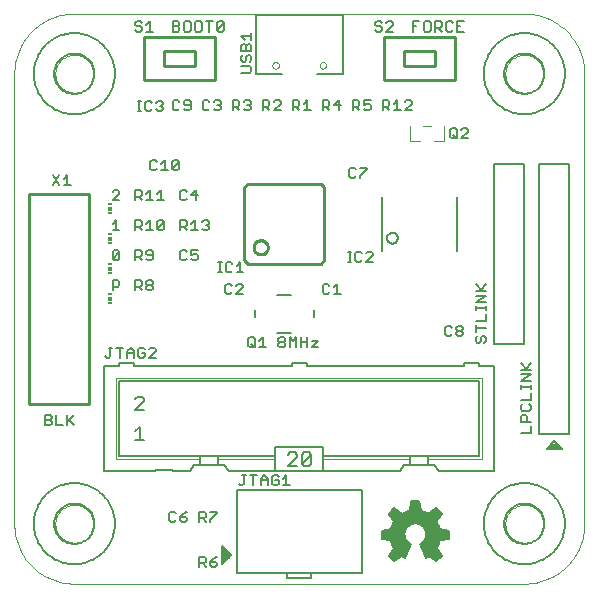
<source format=gto>
G75*
G70*
%OFA0B0*%
%FSLAX24Y24*%
%IPPOS*%
%LPD*%
%AMOC8*
5,1,8,0,0,1.08239X$1,22.5*
%
%ADD10C,0.0000*%
%ADD11C,0.0080*%
%ADD12C,0.0100*%
%ADD13C,0.0060*%
%ADD14C,0.0050*%
%ADD15R,0.0118X0.0059*%
%ADD16R,0.0118X0.0118*%
%ADD17C,0.0020*%
%ADD18C,0.0040*%
D10*
X000141Y002141D02*
X000141Y017141D01*
X001511Y017141D02*
X001513Y017191D01*
X001519Y017241D01*
X001529Y017290D01*
X001543Y017338D01*
X001560Y017385D01*
X001581Y017430D01*
X001606Y017474D01*
X001634Y017515D01*
X001666Y017554D01*
X001700Y017591D01*
X001737Y017625D01*
X001777Y017655D01*
X001819Y017682D01*
X001863Y017706D01*
X001909Y017727D01*
X001956Y017743D01*
X002004Y017756D01*
X002054Y017765D01*
X002103Y017770D01*
X002154Y017771D01*
X002204Y017768D01*
X002253Y017761D01*
X002302Y017750D01*
X002350Y017735D01*
X002396Y017717D01*
X002441Y017695D01*
X002484Y017669D01*
X002525Y017640D01*
X002564Y017608D01*
X002600Y017573D01*
X002632Y017535D01*
X002662Y017495D01*
X002689Y017452D01*
X002712Y017408D01*
X002731Y017362D01*
X002747Y017314D01*
X002759Y017265D01*
X002767Y017216D01*
X002771Y017166D01*
X002771Y017116D01*
X002767Y017066D01*
X002759Y017017D01*
X002747Y016968D01*
X002731Y016920D01*
X002712Y016874D01*
X002689Y016830D01*
X002662Y016787D01*
X002632Y016747D01*
X002600Y016709D01*
X002564Y016674D01*
X002525Y016642D01*
X002484Y016613D01*
X002441Y016587D01*
X002396Y016565D01*
X002350Y016547D01*
X002302Y016532D01*
X002253Y016521D01*
X002204Y016514D01*
X002154Y016511D01*
X002103Y016512D01*
X002054Y016517D01*
X002004Y016526D01*
X001956Y016539D01*
X001909Y016555D01*
X001863Y016576D01*
X001819Y016600D01*
X001777Y016627D01*
X001737Y016657D01*
X001700Y016691D01*
X001666Y016728D01*
X001634Y016767D01*
X001606Y016808D01*
X001581Y016852D01*
X001560Y016897D01*
X001543Y016944D01*
X001529Y016992D01*
X001519Y017041D01*
X001513Y017091D01*
X001511Y017141D01*
X000141Y017141D02*
X000143Y017236D01*
X000150Y017331D01*
X000161Y017426D01*
X000177Y017520D01*
X000197Y017613D01*
X000222Y017704D01*
X000251Y017795D01*
X000284Y017884D01*
X000322Y017972D01*
X000363Y018057D01*
X000409Y018141D01*
X000458Y018222D01*
X000512Y018301D01*
X000569Y018377D01*
X000630Y018451D01*
X000694Y018521D01*
X000761Y018588D01*
X000831Y018652D01*
X000905Y018713D01*
X000981Y018770D01*
X001060Y018824D01*
X001141Y018873D01*
X001225Y018919D01*
X001310Y018960D01*
X001398Y018998D01*
X001487Y019031D01*
X001578Y019060D01*
X001669Y019085D01*
X001762Y019105D01*
X001856Y019121D01*
X001951Y019132D01*
X002046Y019139D01*
X002141Y019141D01*
X017141Y019141D01*
X016511Y017141D02*
X016513Y017191D01*
X016519Y017241D01*
X016529Y017290D01*
X016543Y017338D01*
X016560Y017385D01*
X016581Y017430D01*
X016606Y017474D01*
X016634Y017515D01*
X016666Y017554D01*
X016700Y017591D01*
X016737Y017625D01*
X016777Y017655D01*
X016819Y017682D01*
X016863Y017706D01*
X016909Y017727D01*
X016956Y017743D01*
X017004Y017756D01*
X017054Y017765D01*
X017103Y017770D01*
X017154Y017771D01*
X017204Y017768D01*
X017253Y017761D01*
X017302Y017750D01*
X017350Y017735D01*
X017396Y017717D01*
X017441Y017695D01*
X017484Y017669D01*
X017525Y017640D01*
X017564Y017608D01*
X017600Y017573D01*
X017632Y017535D01*
X017662Y017495D01*
X017689Y017452D01*
X017712Y017408D01*
X017731Y017362D01*
X017747Y017314D01*
X017759Y017265D01*
X017767Y017216D01*
X017771Y017166D01*
X017771Y017116D01*
X017767Y017066D01*
X017759Y017017D01*
X017747Y016968D01*
X017731Y016920D01*
X017712Y016874D01*
X017689Y016830D01*
X017662Y016787D01*
X017632Y016747D01*
X017600Y016709D01*
X017564Y016674D01*
X017525Y016642D01*
X017484Y016613D01*
X017441Y016587D01*
X017396Y016565D01*
X017350Y016547D01*
X017302Y016532D01*
X017253Y016521D01*
X017204Y016514D01*
X017154Y016511D01*
X017103Y016512D01*
X017054Y016517D01*
X017004Y016526D01*
X016956Y016539D01*
X016909Y016555D01*
X016863Y016576D01*
X016819Y016600D01*
X016777Y016627D01*
X016737Y016657D01*
X016700Y016691D01*
X016666Y016728D01*
X016634Y016767D01*
X016606Y016808D01*
X016581Y016852D01*
X016560Y016897D01*
X016543Y016944D01*
X016529Y016992D01*
X016519Y017041D01*
X016513Y017091D01*
X016511Y017141D01*
X017141Y019141D02*
X017236Y019139D01*
X017331Y019132D01*
X017426Y019121D01*
X017520Y019105D01*
X017613Y019085D01*
X017704Y019060D01*
X017795Y019031D01*
X017884Y018998D01*
X017972Y018960D01*
X018057Y018919D01*
X018141Y018873D01*
X018222Y018824D01*
X018301Y018770D01*
X018377Y018713D01*
X018451Y018652D01*
X018521Y018588D01*
X018588Y018521D01*
X018652Y018451D01*
X018713Y018377D01*
X018770Y018301D01*
X018824Y018222D01*
X018873Y018141D01*
X018919Y018057D01*
X018960Y017972D01*
X018998Y017884D01*
X019031Y017795D01*
X019060Y017704D01*
X019085Y017613D01*
X019105Y017520D01*
X019121Y017426D01*
X019132Y017331D01*
X019139Y017236D01*
X019141Y017141D01*
X019141Y002141D01*
X016511Y002141D02*
X016513Y002191D01*
X016519Y002241D01*
X016529Y002290D01*
X016543Y002338D01*
X016560Y002385D01*
X016581Y002430D01*
X016606Y002474D01*
X016634Y002515D01*
X016666Y002554D01*
X016700Y002591D01*
X016737Y002625D01*
X016777Y002655D01*
X016819Y002682D01*
X016863Y002706D01*
X016909Y002727D01*
X016956Y002743D01*
X017004Y002756D01*
X017054Y002765D01*
X017103Y002770D01*
X017154Y002771D01*
X017204Y002768D01*
X017253Y002761D01*
X017302Y002750D01*
X017350Y002735D01*
X017396Y002717D01*
X017441Y002695D01*
X017484Y002669D01*
X017525Y002640D01*
X017564Y002608D01*
X017600Y002573D01*
X017632Y002535D01*
X017662Y002495D01*
X017689Y002452D01*
X017712Y002408D01*
X017731Y002362D01*
X017747Y002314D01*
X017759Y002265D01*
X017767Y002216D01*
X017771Y002166D01*
X017771Y002116D01*
X017767Y002066D01*
X017759Y002017D01*
X017747Y001968D01*
X017731Y001920D01*
X017712Y001874D01*
X017689Y001830D01*
X017662Y001787D01*
X017632Y001747D01*
X017600Y001709D01*
X017564Y001674D01*
X017525Y001642D01*
X017484Y001613D01*
X017441Y001587D01*
X017396Y001565D01*
X017350Y001547D01*
X017302Y001532D01*
X017253Y001521D01*
X017204Y001514D01*
X017154Y001511D01*
X017103Y001512D01*
X017054Y001517D01*
X017004Y001526D01*
X016956Y001539D01*
X016909Y001555D01*
X016863Y001576D01*
X016819Y001600D01*
X016777Y001627D01*
X016737Y001657D01*
X016700Y001691D01*
X016666Y001728D01*
X016634Y001767D01*
X016606Y001808D01*
X016581Y001852D01*
X016560Y001897D01*
X016543Y001944D01*
X016529Y001992D01*
X016519Y002041D01*
X016513Y002091D01*
X016511Y002141D01*
X017141Y000141D02*
X017236Y000143D01*
X017331Y000150D01*
X017426Y000161D01*
X017520Y000177D01*
X017613Y000197D01*
X017704Y000222D01*
X017795Y000251D01*
X017884Y000284D01*
X017972Y000322D01*
X018057Y000363D01*
X018141Y000409D01*
X018222Y000458D01*
X018301Y000512D01*
X018377Y000569D01*
X018451Y000630D01*
X018521Y000694D01*
X018588Y000761D01*
X018652Y000831D01*
X018713Y000905D01*
X018770Y000981D01*
X018824Y001060D01*
X018873Y001141D01*
X018919Y001225D01*
X018960Y001310D01*
X018998Y001398D01*
X019031Y001487D01*
X019060Y001578D01*
X019085Y001669D01*
X019105Y001762D01*
X019121Y001856D01*
X019132Y001951D01*
X019139Y002046D01*
X019141Y002141D01*
X017141Y000141D02*
X002141Y000141D01*
X001511Y002141D02*
X001513Y002191D01*
X001519Y002241D01*
X001529Y002290D01*
X001543Y002338D01*
X001560Y002385D01*
X001581Y002430D01*
X001606Y002474D01*
X001634Y002515D01*
X001666Y002554D01*
X001700Y002591D01*
X001737Y002625D01*
X001777Y002655D01*
X001819Y002682D01*
X001863Y002706D01*
X001909Y002727D01*
X001956Y002743D01*
X002004Y002756D01*
X002054Y002765D01*
X002103Y002770D01*
X002154Y002771D01*
X002204Y002768D01*
X002253Y002761D01*
X002302Y002750D01*
X002350Y002735D01*
X002396Y002717D01*
X002441Y002695D01*
X002484Y002669D01*
X002525Y002640D01*
X002564Y002608D01*
X002600Y002573D01*
X002632Y002535D01*
X002662Y002495D01*
X002689Y002452D01*
X002712Y002408D01*
X002731Y002362D01*
X002747Y002314D01*
X002759Y002265D01*
X002767Y002216D01*
X002771Y002166D01*
X002771Y002116D01*
X002767Y002066D01*
X002759Y002017D01*
X002747Y001968D01*
X002731Y001920D01*
X002712Y001874D01*
X002689Y001830D01*
X002662Y001787D01*
X002632Y001747D01*
X002600Y001709D01*
X002564Y001674D01*
X002525Y001642D01*
X002484Y001613D01*
X002441Y001587D01*
X002396Y001565D01*
X002350Y001547D01*
X002302Y001532D01*
X002253Y001521D01*
X002204Y001514D01*
X002154Y001511D01*
X002103Y001512D01*
X002054Y001517D01*
X002004Y001526D01*
X001956Y001539D01*
X001909Y001555D01*
X001863Y001576D01*
X001819Y001600D01*
X001777Y001627D01*
X001737Y001657D01*
X001700Y001691D01*
X001666Y001728D01*
X001634Y001767D01*
X001606Y001808D01*
X001581Y001852D01*
X001560Y001897D01*
X001543Y001944D01*
X001529Y001992D01*
X001519Y002041D01*
X001513Y002091D01*
X001511Y002141D01*
X000141Y002141D02*
X000143Y002046D01*
X000150Y001951D01*
X000161Y001856D01*
X000177Y001762D01*
X000197Y001669D01*
X000222Y001578D01*
X000251Y001487D01*
X000284Y001398D01*
X000322Y001310D01*
X000363Y001225D01*
X000409Y001141D01*
X000458Y001060D01*
X000512Y000981D01*
X000569Y000905D01*
X000630Y000831D01*
X000694Y000761D01*
X000761Y000694D01*
X000831Y000630D01*
X000905Y000569D01*
X000981Y000512D01*
X001060Y000458D01*
X001141Y000409D01*
X001225Y000363D01*
X001310Y000322D01*
X001398Y000284D01*
X001487Y000251D01*
X001578Y000222D01*
X001669Y000197D01*
X001762Y000177D01*
X001856Y000161D01*
X001951Y000150D01*
X002046Y000143D01*
X002141Y000141D01*
X008746Y017420D02*
X008748Y017440D01*
X008754Y017460D01*
X008763Y017478D01*
X008776Y017495D01*
X008791Y017508D01*
X008809Y017518D01*
X008829Y017525D01*
X008849Y017528D01*
X008869Y017527D01*
X008889Y017522D01*
X008908Y017514D01*
X008925Y017502D01*
X008939Y017487D01*
X008950Y017469D01*
X008958Y017450D01*
X008962Y017430D01*
X008962Y017410D01*
X008958Y017390D01*
X008950Y017371D01*
X008939Y017353D01*
X008925Y017338D01*
X008908Y017326D01*
X008889Y017318D01*
X008869Y017313D01*
X008849Y017312D01*
X008829Y017315D01*
X008809Y017322D01*
X008791Y017332D01*
X008776Y017345D01*
X008763Y017362D01*
X008754Y017380D01*
X008748Y017400D01*
X008746Y017420D01*
X010321Y017420D02*
X010323Y017440D01*
X010329Y017460D01*
X010338Y017478D01*
X010351Y017495D01*
X010366Y017508D01*
X010384Y017518D01*
X010404Y017525D01*
X010424Y017528D01*
X010444Y017527D01*
X010464Y017522D01*
X010483Y017514D01*
X010500Y017502D01*
X010514Y017487D01*
X010525Y017469D01*
X010533Y017450D01*
X010537Y017430D01*
X010537Y017410D01*
X010533Y017390D01*
X010525Y017371D01*
X010514Y017353D01*
X010500Y017338D01*
X010483Y017326D01*
X010464Y017318D01*
X010444Y017313D01*
X010424Y017312D01*
X010404Y017315D01*
X010384Y017322D01*
X010366Y017332D01*
X010351Y017345D01*
X010338Y017362D01*
X010329Y017380D01*
X010323Y017400D01*
X010321Y017420D01*
D11*
X016141Y014141D02*
X016141Y008141D01*
X017141Y008141D01*
X017141Y014141D01*
X016141Y014141D01*
X017641Y014141D02*
X017641Y005141D01*
X018641Y005141D01*
X018641Y014141D01*
X017641Y014141D01*
X016472Y017141D02*
X016474Y017192D01*
X016480Y017243D01*
X016490Y017293D01*
X016503Y017343D01*
X016521Y017391D01*
X016541Y017438D01*
X016566Y017483D01*
X016594Y017526D01*
X016625Y017567D01*
X016659Y017605D01*
X016696Y017640D01*
X016735Y017673D01*
X016777Y017703D01*
X016821Y017729D01*
X016867Y017751D01*
X016915Y017771D01*
X016964Y017786D01*
X017014Y017798D01*
X017064Y017806D01*
X017115Y017810D01*
X017167Y017810D01*
X017218Y017806D01*
X017268Y017798D01*
X017318Y017786D01*
X017367Y017771D01*
X017415Y017751D01*
X017461Y017729D01*
X017505Y017703D01*
X017547Y017673D01*
X017586Y017640D01*
X017623Y017605D01*
X017657Y017567D01*
X017688Y017526D01*
X017716Y017483D01*
X017741Y017438D01*
X017761Y017391D01*
X017779Y017343D01*
X017792Y017293D01*
X017802Y017243D01*
X017808Y017192D01*
X017810Y017141D01*
X017808Y017090D01*
X017802Y017039D01*
X017792Y016989D01*
X017779Y016939D01*
X017761Y016891D01*
X017741Y016844D01*
X017716Y016799D01*
X017688Y016756D01*
X017657Y016715D01*
X017623Y016677D01*
X017586Y016642D01*
X017547Y016609D01*
X017505Y016579D01*
X017461Y016553D01*
X017415Y016531D01*
X017367Y016511D01*
X017318Y016496D01*
X017268Y016484D01*
X017218Y016476D01*
X017167Y016472D01*
X017115Y016472D01*
X017064Y016476D01*
X017014Y016484D01*
X016964Y016496D01*
X016915Y016511D01*
X016867Y016531D01*
X016821Y016553D01*
X016777Y016579D01*
X016735Y016609D01*
X016696Y016642D01*
X016659Y016677D01*
X016625Y016715D01*
X016594Y016756D01*
X016566Y016799D01*
X016541Y016844D01*
X016521Y016891D01*
X016503Y016939D01*
X016490Y016989D01*
X016480Y017039D01*
X016474Y017090D01*
X016472Y017141D01*
X009377Y009771D02*
X008905Y009771D01*
X008157Y009259D02*
X008157Y009023D01*
X008905Y008511D02*
X009377Y008511D01*
X010125Y009023D02*
X010125Y009259D01*
X016472Y002141D02*
X016474Y002192D01*
X016480Y002243D01*
X016490Y002293D01*
X016503Y002343D01*
X016521Y002391D01*
X016541Y002438D01*
X016566Y002483D01*
X016594Y002526D01*
X016625Y002567D01*
X016659Y002605D01*
X016696Y002640D01*
X016735Y002673D01*
X016777Y002703D01*
X016821Y002729D01*
X016867Y002751D01*
X016915Y002771D01*
X016964Y002786D01*
X017014Y002798D01*
X017064Y002806D01*
X017115Y002810D01*
X017167Y002810D01*
X017218Y002806D01*
X017268Y002798D01*
X017318Y002786D01*
X017367Y002771D01*
X017415Y002751D01*
X017461Y002729D01*
X017505Y002703D01*
X017547Y002673D01*
X017586Y002640D01*
X017623Y002605D01*
X017657Y002567D01*
X017688Y002526D01*
X017716Y002483D01*
X017741Y002438D01*
X017761Y002391D01*
X017779Y002343D01*
X017792Y002293D01*
X017802Y002243D01*
X017808Y002192D01*
X017810Y002141D01*
X017808Y002090D01*
X017802Y002039D01*
X017792Y001989D01*
X017779Y001939D01*
X017761Y001891D01*
X017741Y001844D01*
X017716Y001799D01*
X017688Y001756D01*
X017657Y001715D01*
X017623Y001677D01*
X017586Y001642D01*
X017547Y001609D01*
X017505Y001579D01*
X017461Y001553D01*
X017415Y001531D01*
X017367Y001511D01*
X017318Y001496D01*
X017268Y001484D01*
X017218Y001476D01*
X017167Y001472D01*
X017115Y001472D01*
X017064Y001476D01*
X017014Y001484D01*
X016964Y001496D01*
X016915Y001511D01*
X016867Y001531D01*
X016821Y001553D01*
X016777Y001579D01*
X016735Y001609D01*
X016696Y001642D01*
X016659Y001677D01*
X016625Y001715D01*
X016594Y001756D01*
X016566Y001799D01*
X016541Y001844D01*
X016521Y001891D01*
X016503Y001939D01*
X016490Y001989D01*
X016480Y002039D01*
X016474Y002090D01*
X016472Y002141D01*
X017891Y004641D02*
X018391Y004641D01*
X018141Y004891D01*
X017891Y004641D01*
X017947Y004697D02*
X018336Y004697D01*
X018257Y004775D02*
X018025Y004775D01*
X018104Y004854D02*
X018179Y004854D01*
X001472Y002141D02*
X001474Y002192D01*
X001480Y002243D01*
X001490Y002293D01*
X001503Y002343D01*
X001521Y002391D01*
X001541Y002438D01*
X001566Y002483D01*
X001594Y002526D01*
X001625Y002567D01*
X001659Y002605D01*
X001696Y002640D01*
X001735Y002673D01*
X001777Y002703D01*
X001821Y002729D01*
X001867Y002751D01*
X001915Y002771D01*
X001964Y002786D01*
X002014Y002798D01*
X002064Y002806D01*
X002115Y002810D01*
X002167Y002810D01*
X002218Y002806D01*
X002268Y002798D01*
X002318Y002786D01*
X002367Y002771D01*
X002415Y002751D01*
X002461Y002729D01*
X002505Y002703D01*
X002547Y002673D01*
X002586Y002640D01*
X002623Y002605D01*
X002657Y002567D01*
X002688Y002526D01*
X002716Y002483D01*
X002741Y002438D01*
X002761Y002391D01*
X002779Y002343D01*
X002792Y002293D01*
X002802Y002243D01*
X002808Y002192D01*
X002810Y002141D01*
X002808Y002090D01*
X002802Y002039D01*
X002792Y001989D01*
X002779Y001939D01*
X002761Y001891D01*
X002741Y001844D01*
X002716Y001799D01*
X002688Y001756D01*
X002657Y001715D01*
X002623Y001677D01*
X002586Y001642D01*
X002547Y001609D01*
X002505Y001579D01*
X002461Y001553D01*
X002415Y001531D01*
X002367Y001511D01*
X002318Y001496D01*
X002268Y001484D01*
X002218Y001476D01*
X002167Y001472D01*
X002115Y001472D01*
X002064Y001476D01*
X002014Y001484D01*
X001964Y001496D01*
X001915Y001511D01*
X001867Y001531D01*
X001821Y001553D01*
X001777Y001579D01*
X001735Y001609D01*
X001696Y001642D01*
X001659Y001677D01*
X001625Y001715D01*
X001594Y001756D01*
X001566Y001799D01*
X001541Y001844D01*
X001521Y001891D01*
X001503Y001939D01*
X001490Y001989D01*
X001480Y002039D01*
X001474Y002090D01*
X001472Y002141D01*
X001472Y017141D02*
X001474Y017192D01*
X001480Y017243D01*
X001490Y017293D01*
X001503Y017343D01*
X001521Y017391D01*
X001541Y017438D01*
X001566Y017483D01*
X001594Y017526D01*
X001625Y017567D01*
X001659Y017605D01*
X001696Y017640D01*
X001735Y017673D01*
X001777Y017703D01*
X001821Y017729D01*
X001867Y017751D01*
X001915Y017771D01*
X001964Y017786D01*
X002014Y017798D01*
X002064Y017806D01*
X002115Y017810D01*
X002167Y017810D01*
X002218Y017806D01*
X002268Y017798D01*
X002318Y017786D01*
X002367Y017771D01*
X002415Y017751D01*
X002461Y017729D01*
X002505Y017703D01*
X002547Y017673D01*
X002586Y017640D01*
X002623Y017605D01*
X002657Y017567D01*
X002688Y017526D01*
X002716Y017483D01*
X002741Y017438D01*
X002761Y017391D01*
X002779Y017343D01*
X002792Y017293D01*
X002802Y017243D01*
X002808Y017192D01*
X002810Y017141D01*
X002808Y017090D01*
X002802Y017039D01*
X002792Y016989D01*
X002779Y016939D01*
X002761Y016891D01*
X002741Y016844D01*
X002716Y016799D01*
X002688Y016756D01*
X002657Y016715D01*
X002623Y016677D01*
X002586Y016642D01*
X002547Y016609D01*
X002505Y016579D01*
X002461Y016553D01*
X002415Y016531D01*
X002367Y016511D01*
X002318Y016496D01*
X002268Y016484D01*
X002218Y016476D01*
X002167Y016472D01*
X002115Y016472D01*
X002064Y016476D01*
X002014Y016484D01*
X001964Y016496D01*
X001915Y016511D01*
X001867Y016531D01*
X001821Y016553D01*
X001777Y016579D01*
X001735Y016609D01*
X001696Y016642D01*
X001659Y016677D01*
X001625Y016715D01*
X001594Y016756D01*
X001566Y016799D01*
X001541Y016844D01*
X001521Y016891D01*
X001503Y016939D01*
X001490Y016989D01*
X001480Y017039D01*
X001474Y017090D01*
X001472Y017141D01*
D12*
X004460Y016932D02*
X004460Y018350D01*
X006822Y018350D01*
X006822Y016932D01*
X004460Y016932D01*
X005129Y017385D02*
X006153Y017385D01*
X006153Y017897D01*
X005129Y017897D01*
X005129Y017385D01*
X007921Y013470D02*
X010362Y013470D01*
X010470Y013362D01*
X010470Y010921D01*
X010362Y010812D01*
X007921Y010812D01*
X007812Y010921D01*
X007812Y013362D01*
X007921Y013470D01*
X008118Y011354D02*
X008120Y011384D01*
X008126Y011414D01*
X008135Y011443D01*
X008148Y011470D01*
X008165Y011495D01*
X008184Y011518D01*
X008207Y011539D01*
X008232Y011556D01*
X008258Y011570D01*
X008287Y011580D01*
X008316Y011587D01*
X008346Y011590D01*
X008377Y011589D01*
X008407Y011584D01*
X008436Y011575D01*
X008463Y011563D01*
X008489Y011548D01*
X008513Y011529D01*
X008534Y011507D01*
X008552Y011483D01*
X008567Y011456D01*
X008578Y011428D01*
X008586Y011399D01*
X008590Y011369D01*
X008590Y011339D01*
X008586Y011309D01*
X008578Y011280D01*
X008567Y011252D01*
X008552Y011225D01*
X008534Y011201D01*
X008513Y011179D01*
X008489Y011160D01*
X008463Y011145D01*
X008436Y011133D01*
X008407Y011124D01*
X008377Y011119D01*
X008346Y011118D01*
X008316Y011121D01*
X008287Y011128D01*
X008258Y011138D01*
X008232Y011152D01*
X008207Y011169D01*
X008184Y011190D01*
X008165Y011213D01*
X008148Y011238D01*
X008135Y011265D01*
X008126Y011294D01*
X008120Y011324D01*
X008118Y011354D01*
X012460Y016932D02*
X012460Y018350D01*
X014822Y018350D01*
X014822Y016932D01*
X012460Y016932D01*
X013129Y017385D02*
X014153Y017385D01*
X014153Y017897D01*
X013129Y017897D01*
X013129Y017385D01*
X002641Y013141D02*
X002641Y006141D01*
X000641Y006141D01*
X000641Y013141D01*
X002641Y013141D01*
D13*
X002016Y013421D02*
X001789Y013421D01*
X001903Y013421D02*
X001903Y013761D01*
X001789Y013648D01*
X001648Y013761D02*
X001421Y013421D01*
X001648Y013421D02*
X001421Y013761D01*
X003421Y013205D02*
X003478Y013261D01*
X003591Y013261D01*
X003648Y013205D01*
X003648Y013148D01*
X003421Y012921D01*
X003648Y012921D01*
X004171Y012921D02*
X004171Y013261D01*
X004341Y013261D01*
X004398Y013205D01*
X004398Y013091D01*
X004341Y013035D01*
X004171Y013035D01*
X004285Y013035D02*
X004398Y012921D01*
X004539Y012921D02*
X004766Y012921D01*
X004653Y012921D02*
X004653Y013261D01*
X004539Y013148D01*
X004908Y013148D02*
X005021Y013261D01*
X005021Y012921D01*
X004908Y012921D02*
X005135Y012921D01*
X005671Y012978D02*
X005728Y012921D01*
X005841Y012921D01*
X005898Y012978D01*
X006039Y013091D02*
X006266Y013091D01*
X006210Y012921D02*
X006210Y013261D01*
X006039Y013091D01*
X005898Y013205D02*
X005841Y013261D01*
X005728Y013261D01*
X005671Y013205D01*
X005671Y012978D01*
X005671Y012261D02*
X005841Y012261D01*
X005898Y012205D01*
X005898Y012091D01*
X005841Y012035D01*
X005671Y012035D01*
X005785Y012035D02*
X005898Y011921D01*
X006039Y011921D02*
X006266Y011921D01*
X006153Y011921D02*
X006153Y012261D01*
X006039Y012148D01*
X006408Y012205D02*
X006464Y012261D01*
X006578Y012261D01*
X006635Y012205D01*
X006635Y012148D01*
X006578Y012091D01*
X006635Y012035D01*
X006635Y011978D01*
X006578Y011921D01*
X006464Y011921D01*
X006408Y011978D01*
X006521Y012091D02*
X006578Y012091D01*
X006266Y011261D02*
X006039Y011261D01*
X006039Y011091D01*
X006153Y011148D01*
X006210Y011148D01*
X006266Y011091D01*
X006266Y010978D01*
X006210Y010921D01*
X006096Y010921D01*
X006039Y010978D01*
X005898Y010978D02*
X005841Y010921D01*
X005728Y010921D01*
X005671Y010978D01*
X005671Y011205D01*
X005728Y011261D01*
X005841Y011261D01*
X005898Y011205D01*
X005671Y011921D02*
X005671Y012261D01*
X005135Y012205D02*
X005135Y011978D01*
X005078Y011921D01*
X004964Y011921D01*
X004908Y011978D01*
X005135Y012205D01*
X005078Y012261D01*
X004964Y012261D01*
X004908Y012205D01*
X004908Y011978D01*
X004766Y011921D02*
X004539Y011921D01*
X004653Y011921D02*
X004653Y012261D01*
X004539Y012148D01*
X004398Y012205D02*
X004398Y012091D01*
X004341Y012035D01*
X004171Y012035D01*
X004285Y012035D02*
X004398Y011921D01*
X004171Y011921D02*
X004171Y012261D01*
X004341Y012261D01*
X004398Y012205D01*
X003648Y011921D02*
X003421Y011921D01*
X003535Y011921D02*
X003535Y012261D01*
X003421Y012148D01*
X003478Y011261D02*
X003421Y011205D01*
X003421Y010978D01*
X003648Y011205D01*
X003648Y010978D01*
X003591Y010921D01*
X003478Y010921D01*
X003421Y010978D01*
X003478Y011261D02*
X003591Y011261D01*
X003648Y011205D01*
X004171Y011261D02*
X004171Y010921D01*
X004171Y011035D02*
X004341Y011035D01*
X004398Y011091D01*
X004398Y011205D01*
X004341Y011261D01*
X004171Y011261D01*
X004285Y011035D02*
X004398Y010921D01*
X004539Y010978D02*
X004596Y010921D01*
X004710Y010921D01*
X004766Y010978D01*
X004766Y011205D01*
X004710Y011261D01*
X004596Y011261D01*
X004539Y011205D01*
X004539Y011148D01*
X004596Y011091D01*
X004766Y011091D01*
X004710Y010261D02*
X004596Y010261D01*
X004539Y010205D01*
X004539Y010148D01*
X004596Y010091D01*
X004710Y010091D01*
X004766Y010035D01*
X004766Y009978D01*
X004710Y009921D01*
X004596Y009921D01*
X004539Y009978D01*
X004539Y010035D01*
X004596Y010091D01*
X004710Y010091D02*
X004766Y010148D01*
X004766Y010205D01*
X004710Y010261D01*
X004398Y010205D02*
X004398Y010091D01*
X004341Y010035D01*
X004171Y010035D01*
X004285Y010035D02*
X004398Y009921D01*
X004171Y009921D02*
X004171Y010261D01*
X004341Y010261D01*
X004398Y010205D01*
X003648Y010205D02*
X003648Y010091D01*
X003591Y010035D01*
X003421Y010035D01*
X003421Y009921D02*
X003421Y010261D01*
X003591Y010261D01*
X003648Y010205D01*
X003653Y008011D02*
X003653Y007671D01*
X003641Y007491D02*
X003641Y007391D01*
X003141Y007391D01*
X003141Y003891D01*
X004841Y003891D01*
X004841Y003941D01*
X005441Y003941D01*
X005441Y003891D01*
X005991Y003891D01*
X006141Y004091D01*
X006341Y004091D01*
X006941Y004091D01*
X007141Y004091D01*
X007291Y003891D01*
X008841Y003891D01*
X008841Y004291D01*
X008841Y004391D01*
X006941Y004391D01*
X006341Y004391D01*
X003641Y004391D01*
X003641Y006891D01*
X015641Y006891D01*
X015641Y004391D01*
X013941Y004391D01*
X013341Y004391D01*
X010441Y004391D01*
X010441Y004291D01*
X010441Y003891D01*
X008841Y003891D01*
X008786Y003760D02*
X008729Y003703D01*
X008729Y003476D01*
X008786Y003420D01*
X008899Y003420D01*
X008956Y003476D01*
X008956Y003590D01*
X008843Y003590D01*
X008956Y003703D02*
X008899Y003760D01*
X008786Y003760D01*
X008588Y003646D02*
X008588Y003420D01*
X008588Y003590D02*
X008361Y003590D01*
X008361Y003646D02*
X008474Y003760D01*
X008588Y003646D01*
X008361Y003646D02*
X008361Y003420D01*
X008106Y003420D02*
X008106Y003760D01*
X007993Y003760D02*
X008219Y003760D01*
X007851Y003760D02*
X007738Y003760D01*
X007794Y003760D02*
X007794Y003476D01*
X007738Y003420D01*
X007681Y003420D01*
X007624Y003476D01*
X006941Y004091D02*
X006941Y004291D01*
X006941Y004391D01*
X006341Y004391D02*
X006341Y004291D01*
X006341Y004091D01*
X006309Y002549D02*
X006480Y002549D01*
X006536Y002492D01*
X006536Y002379D01*
X006480Y002322D01*
X006309Y002322D01*
X006309Y002209D02*
X006309Y002549D01*
X006423Y002322D02*
X006536Y002209D01*
X006678Y002209D02*
X006678Y002265D01*
X006905Y002492D01*
X006905Y002549D01*
X006678Y002549D01*
X005905Y002549D02*
X005791Y002492D01*
X005678Y002379D01*
X005848Y002379D01*
X005905Y002322D01*
X005905Y002265D01*
X005848Y002209D01*
X005734Y002209D01*
X005678Y002265D01*
X005678Y002379D01*
X005536Y002492D02*
X005480Y002549D01*
X005366Y002549D01*
X005309Y002492D01*
X005309Y002265D01*
X005366Y002209D01*
X005480Y002209D01*
X005536Y002265D01*
X006309Y001049D02*
X006480Y001049D01*
X006536Y000992D01*
X006536Y000879D01*
X006480Y000822D01*
X006309Y000822D01*
X006309Y000709D02*
X006309Y001049D01*
X006423Y000822D02*
X006536Y000709D01*
X006678Y000765D02*
X006678Y000879D01*
X006848Y000879D01*
X006905Y000822D01*
X006905Y000765D01*
X006848Y000709D01*
X006734Y000709D01*
X006678Y000765D01*
X006678Y000879D02*
X006791Y000992D01*
X006905Y001049D01*
X009097Y003420D02*
X009324Y003420D01*
X009211Y003420D02*
X009211Y003760D01*
X009097Y003646D01*
X008841Y004391D02*
X008841Y004691D01*
X010441Y004691D01*
X010441Y004391D01*
X010441Y003891D02*
X012991Y003891D01*
X013141Y004091D01*
X013341Y004091D01*
X013941Y004091D01*
X013941Y004291D01*
X013941Y004391D01*
X013941Y004091D02*
X014141Y004091D01*
X014291Y003891D01*
X016141Y003891D01*
X016141Y007391D01*
X015641Y007391D01*
X015641Y007491D01*
X015141Y007491D01*
X015141Y007391D01*
X009891Y007391D01*
X009891Y007491D01*
X009391Y007491D01*
X009391Y007391D01*
X004141Y007391D01*
X004141Y007491D01*
X003641Y007491D01*
X003341Y007728D02*
X003341Y008011D01*
X003285Y008011D02*
X003398Y008011D01*
X003539Y008011D02*
X003766Y008011D01*
X003908Y007898D02*
X004021Y008011D01*
X004135Y007898D01*
X004135Y007671D01*
X004276Y007728D02*
X004276Y007955D01*
X004333Y008011D01*
X004446Y008011D01*
X004503Y007955D01*
X004503Y007841D02*
X004389Y007841D01*
X004503Y007841D02*
X004503Y007728D01*
X004446Y007671D01*
X004333Y007671D01*
X004276Y007728D01*
X004135Y007841D02*
X003908Y007841D01*
X003908Y007898D02*
X003908Y007671D01*
X003341Y007728D02*
X003285Y007671D01*
X003228Y007671D01*
X003171Y007728D01*
X004644Y007671D02*
X004871Y007898D01*
X004871Y007955D01*
X004814Y008011D01*
X004701Y008011D01*
X004644Y007955D01*
X004644Y007671D02*
X004871Y007671D01*
X007171Y009853D02*
X007171Y010080D01*
X007228Y010136D01*
X007341Y010136D01*
X007398Y010080D01*
X007539Y010080D02*
X007596Y010136D01*
X007710Y010136D01*
X007766Y010080D01*
X007766Y010023D01*
X007539Y009796D01*
X007766Y009796D01*
X007398Y009853D02*
X007341Y009796D01*
X007228Y009796D01*
X007171Y009853D01*
X007241Y010521D02*
X007355Y010521D01*
X007411Y010578D01*
X007553Y010521D02*
X007780Y010521D01*
X007666Y010521D02*
X007666Y010861D01*
X007553Y010748D01*
X007411Y010805D02*
X007355Y010861D01*
X007241Y010861D01*
X007184Y010805D01*
X007184Y010578D01*
X007241Y010521D01*
X007052Y010521D02*
X006939Y010521D01*
X006996Y010521D02*
X006996Y010861D01*
X007052Y010861D02*
X006939Y010861D01*
X007991Y008361D02*
X008105Y008361D01*
X008161Y008305D01*
X008161Y008078D01*
X008105Y008021D01*
X007991Y008021D01*
X007934Y008078D01*
X007934Y008305D01*
X007991Y008361D01*
X008048Y008135D02*
X008161Y008021D01*
X008303Y008021D02*
X008530Y008021D01*
X008416Y008021D02*
X008416Y008361D01*
X008303Y008248D01*
X008948Y008248D02*
X008948Y008305D01*
X009005Y008361D01*
X009118Y008361D01*
X009175Y008305D01*
X009175Y008248D01*
X009118Y008191D01*
X009005Y008191D01*
X008948Y008248D01*
X009005Y008191D02*
X008948Y008135D01*
X008948Y008078D01*
X009005Y008021D01*
X009118Y008021D01*
X009175Y008078D01*
X009175Y008135D01*
X009118Y008191D01*
X009316Y008021D02*
X009316Y008361D01*
X009430Y008248D01*
X009543Y008361D01*
X009543Y008021D01*
X009684Y008021D02*
X009684Y008361D01*
X009684Y008191D02*
X009911Y008191D01*
X010053Y008248D02*
X010280Y008248D01*
X010053Y008021D01*
X010280Y008021D01*
X009911Y008021D02*
X009911Y008361D01*
X010478Y009796D02*
X010591Y009796D01*
X010648Y009853D01*
X010789Y009796D02*
X011016Y009796D01*
X010903Y009796D02*
X010903Y010136D01*
X010789Y010023D01*
X010648Y010080D02*
X010591Y010136D01*
X010478Y010136D01*
X010421Y010080D01*
X010421Y009853D01*
X010478Y009796D01*
X011259Y010875D02*
X011372Y010875D01*
X011316Y010875D02*
X011316Y011215D01*
X011372Y011215D02*
X011259Y011215D01*
X011504Y011159D02*
X011504Y010932D01*
X011561Y010875D01*
X011675Y010875D01*
X011731Y010932D01*
X011873Y010875D02*
X012100Y011102D01*
X012100Y011159D01*
X012043Y011215D01*
X011929Y011215D01*
X011873Y011159D01*
X011731Y011159D02*
X011675Y011215D01*
X011561Y011215D01*
X011504Y011159D01*
X011873Y010875D02*
X012100Y010875D01*
X012395Y011242D02*
X012395Y013040D01*
X011679Y013671D02*
X011679Y013728D01*
X011906Y013955D01*
X011906Y014011D01*
X011679Y014011D01*
X011538Y013955D02*
X011481Y014011D01*
X011368Y014011D01*
X011311Y013955D01*
X011311Y013728D01*
X011368Y013671D01*
X011481Y013671D01*
X011538Y013728D01*
X011648Y015921D02*
X011535Y016035D01*
X011591Y016035D02*
X011421Y016035D01*
X011421Y015921D02*
X011421Y016261D01*
X011591Y016261D01*
X011648Y016205D01*
X011648Y016091D01*
X011591Y016035D01*
X011789Y016091D02*
X011789Y016261D01*
X012016Y016261D01*
X011960Y016148D02*
X011903Y016148D01*
X011789Y016091D01*
X011789Y015978D02*
X011846Y015921D01*
X011960Y015921D01*
X012016Y015978D01*
X012016Y016091D01*
X011960Y016148D01*
X012421Y016261D02*
X012421Y015921D01*
X012421Y016035D02*
X012591Y016035D01*
X012648Y016091D01*
X012648Y016205D01*
X012591Y016261D01*
X012421Y016261D01*
X012535Y016035D02*
X012648Y015921D01*
X012789Y015921D02*
X013016Y015921D01*
X012903Y015921D02*
X012903Y016261D01*
X012789Y016148D01*
X013158Y016205D02*
X013214Y016261D01*
X013328Y016261D01*
X013385Y016205D01*
X013385Y016148D01*
X013158Y015921D01*
X013385Y015921D01*
X014666Y015272D02*
X014666Y015045D01*
X014723Y014989D01*
X014836Y014989D01*
X014893Y015045D01*
X014893Y015272D01*
X014836Y015329D01*
X014723Y015329D01*
X014666Y015272D01*
X014780Y015102D02*
X014893Y014989D01*
X015034Y014989D02*
X015261Y015215D01*
X015261Y015272D01*
X015205Y015329D01*
X015091Y015329D01*
X015034Y015272D01*
X015034Y014989D02*
X015261Y014989D01*
X014887Y013040D02*
X014887Y011242D01*
X015521Y010117D02*
X015748Y009890D01*
X015691Y009947D02*
X015861Y010117D01*
X015861Y009890D02*
X015521Y009890D01*
X015521Y009748D02*
X015861Y009748D01*
X015521Y009522D01*
X015861Y009522D01*
X015861Y009389D02*
X015861Y009276D01*
X015861Y009333D02*
X015521Y009333D01*
X015521Y009389D02*
X015521Y009276D01*
X015521Y008908D02*
X015861Y008908D01*
X015861Y009135D01*
X015861Y008653D02*
X015521Y008653D01*
X015521Y008766D02*
X015521Y008539D01*
X015578Y008398D02*
X015521Y008341D01*
X015521Y008228D01*
X015578Y008171D01*
X015634Y008171D01*
X015691Y008228D01*
X015691Y008341D01*
X015748Y008398D01*
X015804Y008398D01*
X015861Y008341D01*
X015861Y008228D01*
X015804Y008171D01*
X015092Y008453D02*
X015035Y008396D01*
X014922Y008396D01*
X014865Y008453D01*
X014865Y008510D01*
X014922Y008566D01*
X015035Y008566D01*
X015092Y008510D01*
X015092Y008453D01*
X015035Y008566D02*
X015092Y008623D01*
X015092Y008680D01*
X015035Y008736D01*
X014922Y008736D01*
X014865Y008680D01*
X014865Y008623D01*
X014922Y008566D01*
X014724Y008453D02*
X014667Y008396D01*
X014554Y008396D01*
X014497Y008453D01*
X014497Y008680D01*
X014554Y008736D01*
X014667Y008736D01*
X014724Y008680D01*
X017021Y007485D02*
X017248Y007258D01*
X017191Y007315D02*
X017361Y007485D01*
X017361Y007258D02*
X017021Y007258D01*
X017021Y007117D02*
X017361Y007117D01*
X017021Y006890D01*
X017361Y006890D01*
X017361Y006758D02*
X017361Y006644D01*
X017361Y006701D02*
X017021Y006701D01*
X017021Y006644D02*
X017021Y006758D01*
X017361Y006503D02*
X017361Y006276D01*
X017021Y006276D01*
X017078Y006135D02*
X017021Y006078D01*
X017021Y005964D01*
X017078Y005908D01*
X017304Y005908D01*
X017361Y005964D01*
X017361Y006078D01*
X017304Y006135D01*
X017191Y005766D02*
X017078Y005766D01*
X017021Y005710D01*
X017021Y005539D01*
X017361Y005539D01*
X017248Y005539D02*
X017248Y005710D01*
X017191Y005766D01*
X017361Y005398D02*
X017361Y005171D01*
X017021Y005171D01*
X014391Y002471D02*
X014211Y002211D01*
X014191Y002191D02*
X014291Y001941D01*
X014591Y001891D01*
X014591Y001641D01*
X014291Y001641D01*
X014191Y001291D01*
X014341Y001091D01*
X014191Y000941D01*
X013991Y001091D01*
X013891Y001041D01*
X013691Y001441D01*
X013891Y001641D01*
X013891Y001891D01*
X013741Y002141D01*
X013491Y002191D01*
X013191Y002091D01*
X013241Y002091D01*
X013091Y001841D01*
X013191Y001541D01*
X013291Y001441D01*
X013141Y001041D01*
X013041Y001091D01*
X012841Y000941D01*
X012691Y001091D01*
X012841Y001341D01*
X012741Y001591D01*
X012441Y001691D01*
X012441Y001641D01*
X012441Y001891D01*
X012741Y001941D01*
X012841Y002241D01*
X012641Y002441D01*
X012791Y002591D01*
X013091Y002441D01*
X013391Y002591D01*
X013341Y002591D01*
X013391Y002841D01*
X013641Y002841D01*
X013641Y002541D01*
X013941Y002441D01*
X014191Y002591D01*
X014341Y002491D01*
X014191Y002191D01*
X014191Y002190D02*
X013496Y002190D01*
X013488Y002190D02*
X012824Y002190D01*
X012801Y002211D02*
X012621Y002471D01*
X012811Y002651D01*
X013071Y002471D01*
X013008Y002483D02*
X012683Y002483D01*
X012658Y002424D02*
X014308Y002424D01*
X014278Y002366D02*
X012716Y002366D01*
X012775Y002307D02*
X014249Y002307D01*
X014220Y002249D02*
X012834Y002249D01*
X012805Y002132D02*
X013313Y002132D01*
X013230Y002073D02*
X012785Y002073D01*
X012766Y002014D02*
X013195Y002014D01*
X013160Y001956D02*
X012746Y001956D01*
X012691Y001961D02*
X012391Y001901D01*
X012391Y001641D01*
X012691Y001591D01*
X012700Y001605D02*
X013170Y001605D01*
X013150Y001663D02*
X012525Y001663D01*
X012441Y001722D02*
X013131Y001722D01*
X013111Y001780D02*
X012441Y001780D01*
X012441Y001839D02*
X013092Y001839D01*
X013125Y001897D02*
X012479Y001897D01*
X012759Y001546D02*
X013189Y001546D01*
X013245Y001488D02*
X012783Y001488D01*
X012806Y001429D02*
X013287Y001429D01*
X013265Y001371D02*
X012829Y001371D01*
X012824Y001312D02*
X013243Y001312D01*
X013221Y001253D02*
X012788Y001253D01*
X012753Y001195D02*
X013199Y001195D01*
X013177Y001136D02*
X012718Y001136D01*
X012704Y001078D02*
X013023Y001078D01*
X013051Y001061D02*
X012811Y000891D01*
X012631Y001081D01*
X012791Y001321D01*
X012763Y001019D02*
X012945Y001019D01*
X012867Y000961D02*
X012821Y000961D01*
X013051Y001061D02*
X013151Y001001D01*
X013351Y001451D01*
X013671Y001451D02*
X013861Y001001D01*
X013961Y001061D01*
X014201Y000891D01*
X014391Y001081D01*
X014221Y001321D01*
X014197Y001312D02*
X013756Y001312D01*
X013785Y001253D02*
X014219Y001253D01*
X014263Y001195D02*
X013814Y001195D01*
X013844Y001136D02*
X014307Y001136D01*
X014328Y001078D02*
X014009Y001078D01*
X013964Y001078D02*
X013873Y001078D01*
X014087Y001019D02*
X014269Y001019D01*
X014211Y000961D02*
X014165Y000961D01*
X014214Y001371D02*
X013726Y001371D01*
X013697Y001429D02*
X014231Y001429D01*
X014247Y001488D02*
X013738Y001488D01*
X013796Y001546D02*
X014264Y001546D01*
X014281Y001605D02*
X013855Y001605D01*
X013891Y001663D02*
X014591Y001663D01*
X014621Y001641D02*
X014321Y001591D01*
X014591Y001722D02*
X013891Y001722D01*
X013891Y001780D02*
X014591Y001780D01*
X014591Y001839D02*
X013891Y001839D01*
X013887Y001897D02*
X014553Y001897D01*
X014621Y001901D02*
X014621Y001641D01*
X014621Y001901D02*
X014321Y001961D01*
X014285Y001956D02*
X013852Y001956D01*
X013817Y002014D02*
X014262Y002014D01*
X014238Y002073D02*
X013782Y002073D01*
X013747Y002132D02*
X014215Y002132D01*
X014337Y002483D02*
X014011Y002483D01*
X013941Y002471D02*
X014201Y002651D01*
X014391Y002471D01*
X014266Y002541D02*
X014108Y002541D01*
X013816Y002483D02*
X013175Y002483D01*
X013292Y002541D02*
X013641Y002541D01*
X013691Y002571D02*
X013641Y002891D01*
X013371Y002891D01*
X013321Y002571D01*
X013343Y002600D02*
X013641Y002600D01*
X013641Y002658D02*
X013355Y002658D01*
X013366Y002717D02*
X013641Y002717D01*
X013641Y002776D02*
X013378Y002776D01*
X013390Y002834D02*
X013641Y002834D01*
X012891Y002541D02*
X012741Y002541D01*
X013351Y001461D02*
X013318Y001479D01*
X013288Y001500D01*
X013259Y001524D01*
X013233Y001551D01*
X013211Y001580D01*
X013191Y001612D01*
X013174Y001645D01*
X013161Y001680D01*
X013152Y001716D01*
X013146Y001753D01*
X013144Y001790D01*
X013146Y001827D01*
X013151Y001864D01*
X013161Y001900D01*
X013173Y001935D01*
X013190Y001969D01*
X013209Y002000D01*
X013232Y002030D01*
X013258Y002057D01*
X013286Y002081D01*
X013317Y002102D01*
X013349Y002120D01*
X013383Y002135D01*
X013419Y002146D01*
X013455Y002154D01*
X013492Y002158D01*
X013530Y002158D01*
X013567Y002154D01*
X013603Y002146D01*
X013639Y002135D01*
X013673Y002120D01*
X013705Y002102D01*
X013736Y002081D01*
X013764Y002057D01*
X013790Y002030D01*
X013813Y002000D01*
X013832Y001969D01*
X013849Y001935D01*
X013861Y001900D01*
X013871Y001864D01*
X013876Y001827D01*
X013878Y001790D01*
X013876Y001753D01*
X013870Y001716D01*
X013861Y001680D01*
X013848Y001645D01*
X013831Y001612D01*
X013811Y001580D01*
X013789Y001551D01*
X013763Y001524D01*
X013734Y001500D01*
X013704Y001479D01*
X013671Y001461D01*
X014221Y001321D02*
X014244Y001362D01*
X014265Y001405D01*
X014283Y001450D01*
X014298Y001495D01*
X014311Y001541D01*
X014321Y001588D01*
X014320Y001961D02*
X014305Y002013D01*
X014286Y002064D01*
X014264Y002114D01*
X014239Y002162D01*
X014210Y002209D01*
X013945Y002473D02*
X013898Y002500D01*
X013849Y002523D01*
X013799Y002543D01*
X013748Y002560D01*
X013696Y002574D01*
X013314Y002571D02*
X013264Y002558D01*
X013215Y002541D01*
X013167Y002522D01*
X013120Y002499D01*
X013075Y002474D01*
X012802Y002206D02*
X012775Y002160D01*
X012751Y002112D01*
X012730Y002063D01*
X012712Y002012D01*
X012698Y001961D01*
X012692Y001590D02*
X012705Y001534D01*
X012722Y001479D01*
X012743Y001426D01*
X012767Y001374D01*
X012795Y001324D01*
X013068Y001078D02*
X013155Y001078D01*
X013341Y004091D02*
X013341Y004291D01*
X013341Y004391D01*
X015791Y002141D02*
X015793Y002214D01*
X015799Y002287D01*
X015809Y002359D01*
X015823Y002431D01*
X015840Y002502D01*
X015862Y002572D01*
X015887Y002641D01*
X015916Y002708D01*
X015948Y002773D01*
X015984Y002837D01*
X016024Y002899D01*
X016066Y002958D01*
X016112Y003015D01*
X016161Y003069D01*
X016213Y003121D01*
X016267Y003170D01*
X016324Y003216D01*
X016383Y003258D01*
X016445Y003298D01*
X016509Y003334D01*
X016574Y003366D01*
X016641Y003395D01*
X016710Y003420D01*
X016780Y003442D01*
X016851Y003459D01*
X016923Y003473D01*
X016995Y003483D01*
X017068Y003489D01*
X017141Y003491D01*
X017214Y003489D01*
X017287Y003483D01*
X017359Y003473D01*
X017431Y003459D01*
X017502Y003442D01*
X017572Y003420D01*
X017641Y003395D01*
X017708Y003366D01*
X017773Y003334D01*
X017837Y003298D01*
X017899Y003258D01*
X017958Y003216D01*
X018015Y003170D01*
X018069Y003121D01*
X018121Y003069D01*
X018170Y003015D01*
X018216Y002958D01*
X018258Y002899D01*
X018298Y002837D01*
X018334Y002773D01*
X018366Y002708D01*
X018395Y002641D01*
X018420Y002572D01*
X018442Y002502D01*
X018459Y002431D01*
X018473Y002359D01*
X018483Y002287D01*
X018489Y002214D01*
X018491Y002141D01*
X018489Y002068D01*
X018483Y001995D01*
X018473Y001923D01*
X018459Y001851D01*
X018442Y001780D01*
X018420Y001710D01*
X018395Y001641D01*
X018366Y001574D01*
X018334Y001509D01*
X018298Y001445D01*
X018258Y001383D01*
X018216Y001324D01*
X018170Y001267D01*
X018121Y001213D01*
X018069Y001161D01*
X018015Y001112D01*
X017958Y001066D01*
X017899Y001024D01*
X017837Y000984D01*
X017773Y000948D01*
X017708Y000916D01*
X017641Y000887D01*
X017572Y000862D01*
X017502Y000840D01*
X017431Y000823D01*
X017359Y000809D01*
X017287Y000799D01*
X017214Y000793D01*
X017141Y000791D01*
X017068Y000793D01*
X016995Y000799D01*
X016923Y000809D01*
X016851Y000823D01*
X016780Y000840D01*
X016710Y000862D01*
X016641Y000887D01*
X016574Y000916D01*
X016509Y000948D01*
X016445Y000984D01*
X016383Y001024D01*
X016324Y001066D01*
X016267Y001112D01*
X016213Y001161D01*
X016161Y001213D01*
X016112Y001267D01*
X016066Y001324D01*
X016024Y001383D01*
X015984Y001445D01*
X015948Y001509D01*
X015916Y001574D01*
X015887Y001641D01*
X015862Y001710D01*
X015840Y001780D01*
X015823Y001851D01*
X015809Y001923D01*
X015799Y001995D01*
X015793Y002068D01*
X015791Y002141D01*
X012565Y011661D02*
X012567Y011687D01*
X012573Y011713D01*
X012582Y011737D01*
X012595Y011760D01*
X012611Y011781D01*
X012630Y011799D01*
X012651Y011815D01*
X012675Y011827D01*
X012699Y011835D01*
X012725Y011840D01*
X012752Y011841D01*
X012778Y011838D01*
X012803Y011831D01*
X012827Y011821D01*
X012850Y011807D01*
X012870Y011791D01*
X012887Y011771D01*
X012902Y011749D01*
X012913Y011725D01*
X012921Y011700D01*
X012925Y011674D01*
X012925Y011648D01*
X012921Y011622D01*
X012913Y011597D01*
X012902Y011573D01*
X012887Y011551D01*
X012870Y011531D01*
X012850Y011515D01*
X012827Y011501D01*
X012803Y011491D01*
X012778Y011484D01*
X012752Y011481D01*
X012725Y011482D01*
X012699Y011487D01*
X012675Y011495D01*
X012651Y011507D01*
X012630Y011523D01*
X012611Y011541D01*
X012595Y011562D01*
X012582Y011585D01*
X012573Y011609D01*
X012567Y011635D01*
X012565Y011661D01*
X010960Y015921D02*
X010960Y016261D01*
X010789Y016091D01*
X011016Y016091D01*
X010648Y016091D02*
X010591Y016035D01*
X010421Y016035D01*
X010535Y016035D02*
X010648Y015921D01*
X010648Y016091D02*
X010648Y016205D01*
X010591Y016261D01*
X010421Y016261D01*
X010421Y015921D01*
X010016Y015921D02*
X009789Y015921D01*
X009903Y015921D02*
X009903Y016261D01*
X009789Y016148D01*
X009648Y016205D02*
X009648Y016091D01*
X009591Y016035D01*
X009421Y016035D01*
X009535Y016035D02*
X009648Y015921D01*
X009421Y015921D02*
X009421Y016261D01*
X009591Y016261D01*
X009648Y016205D01*
X009016Y016205D02*
X009016Y016148D01*
X008789Y015921D01*
X009016Y015921D01*
X009016Y016205D02*
X008960Y016261D01*
X008846Y016261D01*
X008789Y016205D01*
X008648Y016205D02*
X008648Y016091D01*
X008591Y016035D01*
X008421Y016035D01*
X008535Y016035D02*
X008648Y015921D01*
X008421Y015921D02*
X008421Y016261D01*
X008591Y016261D01*
X008648Y016205D01*
X008016Y016205D02*
X008016Y016148D01*
X007960Y016091D01*
X008016Y016035D01*
X008016Y015978D01*
X007960Y015921D01*
X007846Y015921D01*
X007789Y015978D01*
X007648Y015921D02*
X007535Y016035D01*
X007591Y016035D02*
X007421Y016035D01*
X007421Y015921D02*
X007421Y016261D01*
X007591Y016261D01*
X007648Y016205D01*
X007648Y016091D01*
X007591Y016035D01*
X007789Y016205D02*
X007846Y016261D01*
X007960Y016261D01*
X008016Y016205D01*
X007960Y016091D02*
X007903Y016091D01*
X007016Y016035D02*
X007016Y015978D01*
X006960Y015921D01*
X006846Y015921D01*
X006789Y015978D01*
X006648Y015978D02*
X006591Y015921D01*
X006478Y015921D01*
X006421Y015978D01*
X006421Y016205D01*
X006478Y016261D01*
X006591Y016261D01*
X006648Y016205D01*
X006789Y016205D02*
X006846Y016261D01*
X006960Y016261D01*
X007016Y016205D01*
X007016Y016148D01*
X006960Y016091D01*
X007016Y016035D01*
X006960Y016091D02*
X006903Y016091D01*
X006016Y016091D02*
X005846Y016091D01*
X005789Y016148D01*
X005789Y016205D01*
X005846Y016261D01*
X005960Y016261D01*
X006016Y016205D01*
X006016Y015978D01*
X005960Y015921D01*
X005846Y015921D01*
X005789Y015978D01*
X005648Y015978D02*
X005591Y015921D01*
X005478Y015921D01*
X005421Y015978D01*
X005421Y016205D01*
X005478Y016261D01*
X005591Y016261D01*
X005648Y016205D01*
X005099Y016180D02*
X005099Y016123D01*
X005043Y016066D01*
X005099Y016010D01*
X005099Y015953D01*
X005043Y015896D01*
X004929Y015896D01*
X004872Y015953D01*
X004731Y015953D02*
X004674Y015896D01*
X004561Y015896D01*
X004504Y015953D01*
X004504Y016180D01*
X004561Y016236D01*
X004674Y016236D01*
X004731Y016180D01*
X004872Y016180D02*
X004929Y016236D01*
X005043Y016236D01*
X005099Y016180D01*
X005043Y016066D02*
X004986Y016066D01*
X004372Y015896D02*
X004259Y015896D01*
X004315Y015896D02*
X004315Y016236D01*
X004259Y016236D02*
X004372Y016236D01*
X004728Y014261D02*
X004671Y014205D01*
X004671Y013978D01*
X004728Y013921D01*
X004841Y013921D01*
X004898Y013978D01*
X005039Y013921D02*
X005266Y013921D01*
X005153Y013921D02*
X005153Y014261D01*
X005039Y014148D01*
X004898Y014205D02*
X004841Y014261D01*
X004728Y014261D01*
X005408Y014205D02*
X005408Y013978D01*
X005635Y014205D01*
X005635Y013978D01*
X005578Y013921D01*
X005464Y013921D01*
X005408Y013978D01*
X005408Y014205D02*
X005464Y014261D01*
X005578Y014261D01*
X005635Y014205D01*
X007708Y017171D02*
X007992Y017171D01*
X008049Y017228D01*
X008049Y017341D01*
X007992Y017398D01*
X007708Y017398D01*
X007765Y017539D02*
X007708Y017596D01*
X007708Y017710D01*
X007765Y017766D01*
X007879Y017710D02*
X007935Y017766D01*
X007992Y017766D01*
X008049Y017710D01*
X008049Y017596D01*
X007992Y017539D01*
X007879Y017596D02*
X007879Y017710D01*
X007879Y017596D02*
X007822Y017539D01*
X007765Y017539D01*
X007708Y017908D02*
X007708Y018078D01*
X007765Y018135D01*
X007822Y018135D01*
X007879Y018078D01*
X007879Y017908D01*
X008049Y017908D02*
X008049Y018078D01*
X007992Y018135D01*
X007935Y018135D01*
X007879Y018078D01*
X007822Y018276D02*
X007708Y018389D01*
X008049Y018389D01*
X008049Y018276D02*
X008049Y018503D01*
X008049Y017908D02*
X007708Y017908D01*
X007064Y018546D02*
X006951Y018546D01*
X006894Y018603D01*
X007121Y018830D01*
X007121Y018603D01*
X007064Y018546D01*
X006894Y018603D02*
X006894Y018830D01*
X006951Y018886D01*
X007064Y018886D01*
X007121Y018830D01*
X006753Y018886D02*
X006526Y018886D01*
X006639Y018886D02*
X006639Y018546D01*
X006385Y018603D02*
X006385Y018830D01*
X006328Y018886D01*
X006214Y018886D01*
X006158Y018830D01*
X006158Y018603D01*
X006214Y018546D01*
X006328Y018546D01*
X006385Y018603D01*
X006016Y018603D02*
X006016Y018830D01*
X005960Y018886D01*
X005846Y018886D01*
X005789Y018830D01*
X005789Y018603D01*
X005846Y018546D01*
X005960Y018546D01*
X006016Y018603D01*
X005648Y018603D02*
X005591Y018546D01*
X005421Y018546D01*
X005421Y018886D01*
X005591Y018886D01*
X005648Y018830D01*
X005648Y018773D01*
X005591Y018716D01*
X005421Y018716D01*
X005591Y018716D02*
X005648Y018660D01*
X005648Y018603D01*
X004766Y018546D02*
X004539Y018546D01*
X004653Y018546D02*
X004653Y018886D01*
X004539Y018773D01*
X004398Y018830D02*
X004341Y018886D01*
X004228Y018886D01*
X004171Y018830D01*
X004171Y018773D01*
X004228Y018716D01*
X004341Y018716D01*
X004398Y018660D01*
X004398Y018603D01*
X004341Y018546D01*
X004228Y018546D01*
X004171Y018603D01*
X000791Y017141D02*
X000793Y017214D01*
X000799Y017287D01*
X000809Y017359D01*
X000823Y017431D01*
X000840Y017502D01*
X000862Y017572D01*
X000887Y017641D01*
X000916Y017708D01*
X000948Y017773D01*
X000984Y017837D01*
X001024Y017899D01*
X001066Y017958D01*
X001112Y018015D01*
X001161Y018069D01*
X001213Y018121D01*
X001267Y018170D01*
X001324Y018216D01*
X001383Y018258D01*
X001445Y018298D01*
X001509Y018334D01*
X001574Y018366D01*
X001641Y018395D01*
X001710Y018420D01*
X001780Y018442D01*
X001851Y018459D01*
X001923Y018473D01*
X001995Y018483D01*
X002068Y018489D01*
X002141Y018491D01*
X002214Y018489D01*
X002287Y018483D01*
X002359Y018473D01*
X002431Y018459D01*
X002502Y018442D01*
X002572Y018420D01*
X002641Y018395D01*
X002708Y018366D01*
X002773Y018334D01*
X002837Y018298D01*
X002899Y018258D01*
X002958Y018216D01*
X003015Y018170D01*
X003069Y018121D01*
X003121Y018069D01*
X003170Y018015D01*
X003216Y017958D01*
X003258Y017899D01*
X003298Y017837D01*
X003334Y017773D01*
X003366Y017708D01*
X003395Y017641D01*
X003420Y017572D01*
X003442Y017502D01*
X003459Y017431D01*
X003473Y017359D01*
X003483Y017287D01*
X003489Y017214D01*
X003491Y017141D01*
X003489Y017068D01*
X003483Y016995D01*
X003473Y016923D01*
X003459Y016851D01*
X003442Y016780D01*
X003420Y016710D01*
X003395Y016641D01*
X003366Y016574D01*
X003334Y016509D01*
X003298Y016445D01*
X003258Y016383D01*
X003216Y016324D01*
X003170Y016267D01*
X003121Y016213D01*
X003069Y016161D01*
X003015Y016112D01*
X002958Y016066D01*
X002899Y016024D01*
X002837Y015984D01*
X002773Y015948D01*
X002708Y015916D01*
X002641Y015887D01*
X002572Y015862D01*
X002502Y015840D01*
X002431Y015823D01*
X002359Y015809D01*
X002287Y015799D01*
X002214Y015793D01*
X002141Y015791D01*
X002068Y015793D01*
X001995Y015799D01*
X001923Y015809D01*
X001851Y015823D01*
X001780Y015840D01*
X001710Y015862D01*
X001641Y015887D01*
X001574Y015916D01*
X001509Y015948D01*
X001445Y015984D01*
X001383Y016024D01*
X001324Y016066D01*
X001267Y016112D01*
X001213Y016161D01*
X001161Y016213D01*
X001112Y016267D01*
X001066Y016324D01*
X001024Y016383D01*
X000984Y016445D01*
X000948Y016509D01*
X000916Y016574D01*
X000887Y016641D01*
X000862Y016710D01*
X000840Y016780D01*
X000823Y016851D01*
X000809Y016923D01*
X000799Y016995D01*
X000793Y017068D01*
X000791Y017141D01*
X012171Y018603D02*
X012228Y018546D01*
X012341Y018546D01*
X012398Y018603D01*
X012398Y018660D01*
X012341Y018716D01*
X012228Y018716D01*
X012171Y018773D01*
X012171Y018830D01*
X012228Y018886D01*
X012341Y018886D01*
X012398Y018830D01*
X012539Y018830D02*
X012596Y018886D01*
X012710Y018886D01*
X012766Y018830D01*
X012766Y018773D01*
X012539Y018546D01*
X012766Y018546D01*
X013421Y018546D02*
X013421Y018886D01*
X013648Y018886D01*
X013789Y018830D02*
X013789Y018603D01*
X013846Y018546D01*
X013960Y018546D01*
X014016Y018603D01*
X014016Y018830D01*
X013960Y018886D01*
X013846Y018886D01*
X013789Y018830D01*
X013535Y018716D02*
X013421Y018716D01*
X014158Y018660D02*
X014328Y018660D01*
X014385Y018716D01*
X014385Y018830D01*
X014328Y018886D01*
X014158Y018886D01*
X014158Y018546D01*
X014271Y018660D02*
X014385Y018546D01*
X014526Y018603D02*
X014526Y018830D01*
X014583Y018886D01*
X014696Y018886D01*
X014753Y018830D01*
X014894Y018886D02*
X014894Y018546D01*
X015121Y018546D01*
X015008Y018716D02*
X014894Y018716D01*
X014894Y018886D02*
X015121Y018886D01*
X014753Y018603D02*
X014696Y018546D01*
X014583Y018546D01*
X014526Y018603D01*
X015791Y017141D02*
X015793Y017214D01*
X015799Y017287D01*
X015809Y017359D01*
X015823Y017431D01*
X015840Y017502D01*
X015862Y017572D01*
X015887Y017641D01*
X015916Y017708D01*
X015948Y017773D01*
X015984Y017837D01*
X016024Y017899D01*
X016066Y017958D01*
X016112Y018015D01*
X016161Y018069D01*
X016213Y018121D01*
X016267Y018170D01*
X016324Y018216D01*
X016383Y018258D01*
X016445Y018298D01*
X016509Y018334D01*
X016574Y018366D01*
X016641Y018395D01*
X016710Y018420D01*
X016780Y018442D01*
X016851Y018459D01*
X016923Y018473D01*
X016995Y018483D01*
X017068Y018489D01*
X017141Y018491D01*
X017214Y018489D01*
X017287Y018483D01*
X017359Y018473D01*
X017431Y018459D01*
X017502Y018442D01*
X017572Y018420D01*
X017641Y018395D01*
X017708Y018366D01*
X017773Y018334D01*
X017837Y018298D01*
X017899Y018258D01*
X017958Y018216D01*
X018015Y018170D01*
X018069Y018121D01*
X018121Y018069D01*
X018170Y018015D01*
X018216Y017958D01*
X018258Y017899D01*
X018298Y017837D01*
X018334Y017773D01*
X018366Y017708D01*
X018395Y017641D01*
X018420Y017572D01*
X018442Y017502D01*
X018459Y017431D01*
X018473Y017359D01*
X018483Y017287D01*
X018489Y017214D01*
X018491Y017141D01*
X018489Y017068D01*
X018483Y016995D01*
X018473Y016923D01*
X018459Y016851D01*
X018442Y016780D01*
X018420Y016710D01*
X018395Y016641D01*
X018366Y016574D01*
X018334Y016509D01*
X018298Y016445D01*
X018258Y016383D01*
X018216Y016324D01*
X018170Y016267D01*
X018121Y016213D01*
X018069Y016161D01*
X018015Y016112D01*
X017958Y016066D01*
X017899Y016024D01*
X017837Y015984D01*
X017773Y015948D01*
X017708Y015916D01*
X017641Y015887D01*
X017572Y015862D01*
X017502Y015840D01*
X017431Y015823D01*
X017359Y015809D01*
X017287Y015799D01*
X017214Y015793D01*
X017141Y015791D01*
X017068Y015793D01*
X016995Y015799D01*
X016923Y015809D01*
X016851Y015823D01*
X016780Y015840D01*
X016710Y015862D01*
X016641Y015887D01*
X016574Y015916D01*
X016509Y015948D01*
X016445Y015984D01*
X016383Y016024D01*
X016324Y016066D01*
X016267Y016112D01*
X016213Y016161D01*
X016161Y016213D01*
X016112Y016267D01*
X016066Y016324D01*
X016024Y016383D01*
X015984Y016445D01*
X015948Y016509D01*
X015916Y016574D01*
X015887Y016641D01*
X015862Y016710D01*
X015840Y016780D01*
X015823Y016851D01*
X015809Y016923D01*
X015799Y016995D01*
X015793Y017068D01*
X015791Y017141D01*
X000791Y002141D02*
X000793Y002214D01*
X000799Y002287D01*
X000809Y002359D01*
X000823Y002431D01*
X000840Y002502D01*
X000862Y002572D01*
X000887Y002641D01*
X000916Y002708D01*
X000948Y002773D01*
X000984Y002837D01*
X001024Y002899D01*
X001066Y002958D01*
X001112Y003015D01*
X001161Y003069D01*
X001213Y003121D01*
X001267Y003170D01*
X001324Y003216D01*
X001383Y003258D01*
X001445Y003298D01*
X001509Y003334D01*
X001574Y003366D01*
X001641Y003395D01*
X001710Y003420D01*
X001780Y003442D01*
X001851Y003459D01*
X001923Y003473D01*
X001995Y003483D01*
X002068Y003489D01*
X002141Y003491D01*
X002214Y003489D01*
X002287Y003483D01*
X002359Y003473D01*
X002431Y003459D01*
X002502Y003442D01*
X002572Y003420D01*
X002641Y003395D01*
X002708Y003366D01*
X002773Y003334D01*
X002837Y003298D01*
X002899Y003258D01*
X002958Y003216D01*
X003015Y003170D01*
X003069Y003121D01*
X003121Y003069D01*
X003170Y003015D01*
X003216Y002958D01*
X003258Y002899D01*
X003298Y002837D01*
X003334Y002773D01*
X003366Y002708D01*
X003395Y002641D01*
X003420Y002572D01*
X003442Y002502D01*
X003459Y002431D01*
X003473Y002359D01*
X003483Y002287D01*
X003489Y002214D01*
X003491Y002141D01*
X003489Y002068D01*
X003483Y001995D01*
X003473Y001923D01*
X003459Y001851D01*
X003442Y001780D01*
X003420Y001710D01*
X003395Y001641D01*
X003366Y001574D01*
X003334Y001509D01*
X003298Y001445D01*
X003258Y001383D01*
X003216Y001324D01*
X003170Y001267D01*
X003121Y001213D01*
X003069Y001161D01*
X003015Y001112D01*
X002958Y001066D01*
X002899Y001024D01*
X002837Y000984D01*
X002773Y000948D01*
X002708Y000916D01*
X002641Y000887D01*
X002572Y000862D01*
X002502Y000840D01*
X002431Y000823D01*
X002359Y000809D01*
X002287Y000799D01*
X002214Y000793D01*
X002141Y000791D01*
X002068Y000793D01*
X001995Y000799D01*
X001923Y000809D01*
X001851Y000823D01*
X001780Y000840D01*
X001710Y000862D01*
X001641Y000887D01*
X001574Y000916D01*
X001509Y000948D01*
X001445Y000984D01*
X001383Y001024D01*
X001324Y001066D01*
X001267Y001112D01*
X001213Y001161D01*
X001161Y001213D01*
X001112Y001267D01*
X001066Y001324D01*
X001024Y001383D01*
X000984Y001445D01*
X000948Y001509D01*
X000916Y001574D01*
X000887Y001641D01*
X000862Y001710D01*
X000840Y001780D01*
X000823Y001851D01*
X000809Y001923D01*
X000799Y001995D01*
X000793Y002068D01*
X000791Y002141D01*
D14*
X001166Y005416D02*
X001341Y005416D01*
X001400Y005474D01*
X001400Y005533D01*
X001341Y005591D01*
X001166Y005591D01*
X001166Y005416D02*
X001166Y005766D01*
X001341Y005766D01*
X001400Y005708D01*
X001400Y005650D01*
X001341Y005591D01*
X001534Y005416D02*
X001768Y005416D01*
X001903Y005416D02*
X001903Y005766D01*
X001961Y005591D02*
X002136Y005416D01*
X001903Y005533D02*
X002136Y005766D01*
X001534Y005766D02*
X001534Y005416D01*
X004166Y005216D02*
X004316Y005366D01*
X004316Y004916D01*
X004166Y004916D02*
X004466Y004916D01*
X004466Y005916D02*
X004166Y005916D01*
X004466Y006216D01*
X004466Y006291D01*
X004391Y006366D01*
X004241Y006366D01*
X004166Y006291D01*
X007566Y003269D02*
X007566Y000513D01*
X009247Y000513D01*
X009247Y000316D01*
X010035Y000316D01*
X010035Y000513D01*
X009247Y000513D01*
X010035Y000513D02*
X011716Y000513D01*
X011716Y003269D01*
X007566Y003269D01*
X009266Y004066D02*
X009566Y004366D01*
X009566Y004441D01*
X009491Y004516D01*
X009341Y004516D01*
X009266Y004441D01*
X009266Y004066D02*
X009566Y004066D01*
X009726Y004141D02*
X010027Y004441D01*
X010027Y004141D01*
X009952Y004066D01*
X009801Y004066D01*
X009726Y004141D01*
X009726Y004441D01*
X009801Y004516D01*
X009952Y004516D01*
X010027Y004441D01*
X007082Y001399D02*
X007377Y001104D01*
X007082Y000808D01*
X007082Y001399D01*
X007082Y001355D02*
X007126Y001355D01*
X007082Y001306D02*
X007175Y001306D01*
X007223Y001258D02*
X007082Y001258D01*
X007082Y001209D02*
X007272Y001209D01*
X007321Y001161D02*
X007082Y001161D01*
X007082Y001112D02*
X007369Y001112D01*
X007337Y001063D02*
X007082Y001063D01*
X007082Y001015D02*
X007289Y001015D01*
X007240Y000966D02*
X007082Y000966D01*
X007082Y000918D02*
X007191Y000918D01*
X007143Y000869D02*
X007082Y000869D01*
X007082Y000821D02*
X007094Y000821D01*
X008184Y017144D02*
X009051Y017144D01*
X008184Y017144D02*
X008184Y019113D01*
X011098Y019113D01*
X011098Y017144D01*
X010232Y017144D01*
D15*
X003332Y012789D03*
X003332Y012493D03*
X003332Y011789D03*
X003332Y011493D03*
X003332Y010789D03*
X003332Y010493D03*
X003332Y009789D03*
X003332Y009493D03*
D16*
X003332Y009641D03*
X003332Y010641D03*
X003332Y011641D03*
X003332Y012641D03*
D17*
X003541Y006991D02*
X003541Y004291D01*
X006341Y004291D01*
X006941Y004291D02*
X008841Y004291D01*
X010441Y004291D02*
X013341Y004291D01*
X013941Y004291D02*
X015741Y004291D01*
X015741Y006991D01*
X003541Y006991D01*
D18*
X013320Y014885D02*
X013320Y015397D01*
X013753Y015397D02*
X014029Y015397D01*
X014462Y015397D02*
X014462Y014885D01*
X014127Y014885D01*
X013655Y014885D02*
X013320Y014885D01*
M02*

</source>
